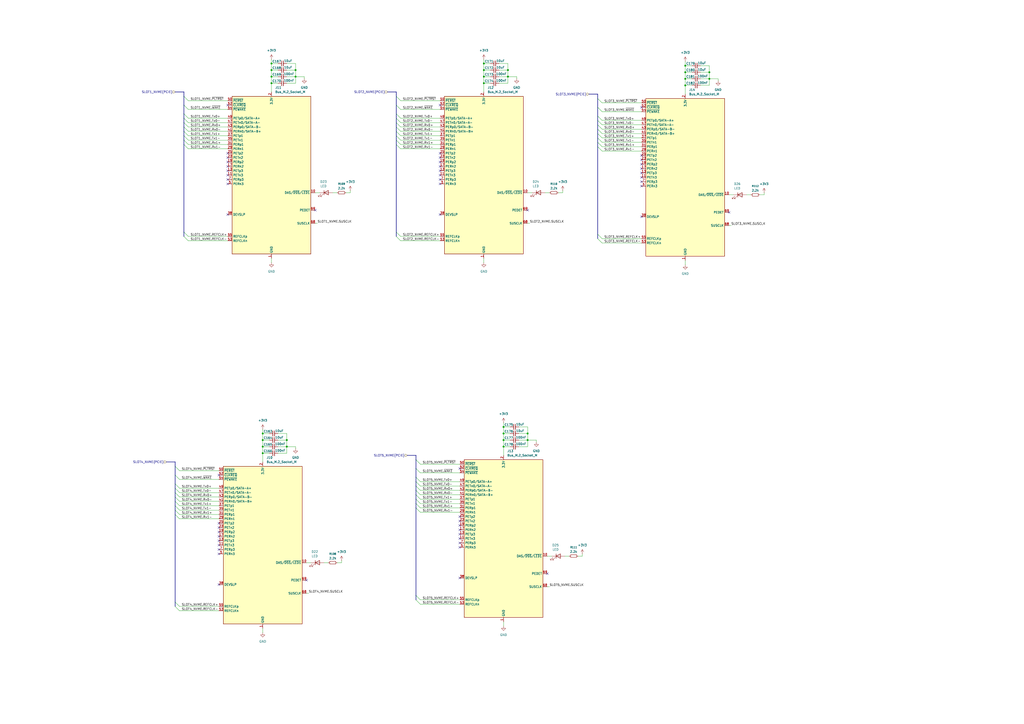
<source format=kicad_sch>
(kicad_sch (version 20250114) (generator "eeschema") (generator_version "9.0")
  (paper "A2")
  (lib_symbols
    (symbol "Bus_M.2_Socket_M_1"
      (property "Reference" "J11" (at 2.1433 50.8 0))
      (property "Value" "Bus_M.2_Socket_M" (at 2.1433 48.26 0))
      (symbol "Bus_M.2_Socket_M_1_0_1"
        (rectangle (start -22.86 45.72) (end 22.86 -45.72) (stroke (width 0.254)) (fill (type background)))
      )
      (symbol "Bus_M.2_Socket_M_1_1_1"
        (pin output line (at -25.4 43.18 0) (length 2.54) (name "~{PERST}") (number "50"))
        (pin bidirectional line (at -25.4 40.64 0) (length 2.54) (name "~{CLKREQ}") (number "52"))
        (pin bidirectional line (at -25.4 38.1 0) (length 2.54) (name "~{PEWAKE}") (number "54"))
        (pin input line (at -25.4 33.02 0) (length 2.54) (name "PETp0/SATA-A+") (number "49"))
        (pin input line (at -25.4 30.48 0) (length 2.54) (name "PETn0/SATA-A-") (number "47"))
        (pin output line (at -25.4 27.94 0) (length 2.54) (name "PERp0/SATA-B-") (number "43"))
        (pin output line (at -25.4 25.4 0) (length 2.54) (name "PERn0/SATA-B+") (number "41"))
        (pin input line (at -25.4 22.86 0) (length 2.54) (name "PETp1") (number "37"))
        (pin input line (at -25.4 20.32 0) (length 2.54) (name "PETn1") (number "35"))
        (pin output line (at -25.4 17.78 0) (length 2.54) (name "PERp1") (number "31"))
        (pin output line (at -25.4 15.24 0) (length 2.54) (name "PERn1") (number "29"))
        (pin input line (at -25.4 12.7 0) (length 2.54) (name "PETp2") (number "25"))
        (pin input line (at -25.4 10.16 0) (length 2.54) (name "PETn2") (number "23"))
        (pin output line (at -25.4 7.62 0) (length 2.54) (name "PERp2") (number "19"))
        (pin output line (at -25.4 5.08 0) (length 2.54) (name "PERn2") (number "17"))
        (pin input line (at -25.4 2.54 0) (length 2.54) (name "PETp3") (number "13"))
        (pin input line (at -25.4 0 0) (length 2.54) (name "PETn3") (number "11"))
        (pin output line (at -25.4 -2.54 0) (length 2.54) (name "PERp3") (number "7"))
        (pin output line (at -25.4 -5.08 0) (length 2.54) (name "PERn3") (number "5"))
        (pin output line (at -25.4 -22.86 0) (length 2.54) (name "DEVSLP") (number "38"))
        (pin input line (at -25.4 -35.56 0) (length 2.54) (name "REFCLKp") (number "55"))
        (pin input line (at -25.4 -38.1 0) (length 2.54) (name "REFCLKn") (number "53"))
        (pin passive line (at 0 48.26 270) (length 2.54) (hide yes) (name "3.3V") (number "12"))
        (pin passive line (at 0 48.26 270) (length 2.54) (hide yes) (name "3.3V") (number "14"))
        (pin passive line (at 0 48.26 270) (length 2.54) (hide yes) (name "3.3V") (number "16"))
        (pin passive line (at 0 48.26 270) (length 2.54) (hide yes) (name "3.3V") (number "18"))
        (pin power_in line (at 0 48.26 270) (length 2.54) (name "3.3V") (number "2"))
        (pin passive line (at 0 48.26 270) (length 2.54) (hide yes) (name "3.3V") (number "4"))
        (pin passive line (at 0 48.26 270) (length 2.54) (hide yes) (name "3.3V") (number "70"))
        (pin passive line (at 0 48.26 270) (length 2.54) (hide yes) (name "3.3V") (number "72"))
        (pin passive line (at 0 48.26 270) (length 2.54) (hide yes) (name "3.3V") (number "74"))
        (pin power_in line (at 0 -48.26 90) (length 2.54) (name "GND") (number "1"))
        (pin passive line (at 0 -48.26 90) (length 2.54) (hide yes) (name "GND") (number "15"))
        (pin passive line (at 0 -48.26 90) (length 2.54) (hide yes) (name "GND") (number "21"))
        (pin passive line (at 0 -48.26 90) (length 2.54) (hide yes) (name "GND") (number "27"))
        (pin passive line (at 0 -48.26 90) (length 2.54) (hide yes) (name "GND") (number "3"))
        (pin passive line (at 0 -48.26 90) (length 2.54) (hide yes) (name "GND") (number "33"))
        (pin passive line (at 0 -48.26 90) (length 2.54) (hide yes) (name "GND") (number "39"))
        (pin passive line (at 0 -48.26 90) (length 2.54) (hide yes) (name "GND") (number "45"))
        (pin passive line (at 0 -48.26 90) (length 2.54) (hide yes) (name "GND") (number "51"))
        (pin passive line (at 0 -48.26 90) (length 2.54) (hide yes) (name "GND") (number "57"))
        (pin passive line (at 0 -48.26 90) (length 2.54) (hide yes) (name "GND") (number "71"))
        (pin passive line (at 0 -48.26 90) (length 2.54) (hide yes) (name "GND") (number "73"))
        (pin passive line (at 0 -48.26 90) (length 2.54) (hide yes) (name "GND") (number "75"))
        (pin passive line (at 0 -48.26 90) (length 2.54) (hide yes) (name "GND") (number "9"))
        (pin no_connect line (at 22.86 40.64 180) (length 2.54) (hide yes) (name "NC") (number "58"))
        (pin no_connect line (at 22.86 38.1 180) (length 2.54) (hide yes) (name "NC") (number "56"))
        (pin no_connect line (at 22.86 35.56 180) (length 2.54) (hide yes) (name "NC") (number "48"))
        (pin no_connect line (at 22.86 33.02 180) (length 2.54) (hide yes) (name "NC") (number "46"))
        (pin no_connect line (at 22.86 30.48 180) (length 2.54) (hide yes) (name "NC") (number "44"))
        (pin no_connect line (at 22.86 27.94 180) (length 2.54) (hide yes) (name "NC") (number "42"))
        (pin no_connect line (at 22.86 25.4 180) (length 2.54) (hide yes) (name "NC") (number "40"))
        (pin no_connect line (at 22.86 22.86 180) (length 2.54) (hide yes) (name "NC") (number "36"))
        (pin no_connect line (at 22.86 20.32 180) (length 2.54) (hide yes) (name "NC") (number "34"))
        (pin no_connect line (at 22.86 17.78 180) (length 2.54) (hide yes) (name "NC") (number "32"))
        (pin no_connect line (at 22.86 15.24 180) (length 2.54) (hide yes) (name "NC") (number "30"))
        (pin no_connect line (at 22.86 12.7 180) (length 2.54) (hide yes) (name "NC") (number "28"))
        (pin no_connect line (at 22.86 10.16 180) (length 2.54) (hide yes) (name "NC") (number "26"))
        (pin no_connect line (at 22.86 7.62 180) (length 2.54) (hide yes) (name "NC") (number "24"))
        (pin no_connect line (at 22.86 5.08 180) (length 2.54) (hide yes) (name "NC") (number "22"))
        (pin no_connect line (at 22.86 2.54 180) (length 2.54) (hide yes) (name "NC") (number "20"))
        (pin no_connect line (at 22.86 0 180) (length 2.54) (hide yes) (name "NC") (number "8"))
        (pin no_connect line (at 22.86 -2.54 180) (length 2.54) (hide yes) (name "NC") (number "6"))
        (pin no_connect line (at 22.86 -5.08 180) (length 2.54) (hide yes) (name "NC") (number "67"))
        (pin bidirectional line (at 25.4 -10.16 180) (length 2.54) (name "DAS/~{DSS}/~{LED1}") (number "10"))
        (pin passive line (at 25.4 -20.32 180) (length 2.54) (name "PEDET") (number "69"))
        (pin input line (at 25.4 -27.94 180) (length 2.54) (name "SUSCLK") (number "68"))
      )
    )
    (symbol "Device:C_Small" (pin_numbers (hide yes)) (pin_names (offset 0.254) (hide yes))
      (property "Reference" "C" (at 0.254 1.778 0))
      (property "Value" "C_Small" (at 0.254 -2.032 0))
      (symbol "C_Small_0_1"
        (polyline (pts (xy -1.524 0.508) (xy 1.524 0.508)) (stroke (width 0.3048)))
        (polyline (pts (xy -1.524 -0.508) (xy 1.524 -0.508)) (stroke (width 0.3302)))
      )
      (symbol "C_Small_1_1"
        (pin passive line (at 0 2.54 270) (length 2.032) (name "~") (number "1"))
        (pin passive line (at 0 -2.54 90) (length 2.032) (name "~") (number "2"))
      )
    )
    (symbol "Device:LED" (pin_numbers (hide yes)) (pin_names (offset 1.016) (hide yes))
      (property "Reference" "D" (at 0 2.54 0))
      (property "Value" "LED" (at 0 -2.54 0))
      (symbol "LED_0_1"
        (polyline (pts (xy -3.048 -0.762) (xy -4.572 -2.286) (xy -3.81 -2.286) (xy -4.572 -2.286) (xy -4.572 -1.524)))
        (polyline (pts (xy -1.778 -0.762) (xy -3.302 -2.286) (xy -2.54 -2.286) (xy -3.302 -2.286) (xy -3.302 -1.524)))
        (polyline (pts (xy -1.27 0) (xy 1.27 0)))
        (polyline (pts (xy -1.27 -1.27) (xy -1.27 1.27)) (stroke (width 0.254)))
        (polyline (pts (xy 1.27 -1.27) (xy 1.27 1.27) (xy -1.27 0) (xy 1.27 -1.27)) (stroke (width 0.254)))
      )
      (symbol "LED_1_1"
        (pin passive line (at -3.81 0 0) (length 2.54) (name "K") (number "1"))
        (pin passive line (at 3.81 0 180) (length 2.54) (name "A") (number "2"))
      )
    )
    (symbol "Device:R_Small" (pin_numbers (hide yes)) (pin_names (offset 0.254) (hide yes))
      (property "Reference" "R" (at 0 0 90))
      (property "Value" "R_Small" (at 1.778 0 90))
      (symbol "R_Small_0_1"
        (rectangle (start -0.762 1.778) (end 0.762 -1.778) (stroke (width 0.2032)))
      )
      (symbol "R_Small_1_1"
        (pin passive line (at 0 2.54 270) (length 0.762) (name "~") (number "1"))
        (pin passive line (at 0 -2.54 90) (length 0.762) (name "~") (number "2"))
      )
    )
    (symbol "power:+3V3" (power) (pin_numbers (hide yes)) (pin_names (offset 0) (hide yes))
      (property "Value" "+3V3" (at 0 3.556 0))
      (symbol "+3V3_0_1"
        (polyline (pts (xy -0.762 1.27) (xy 0 2.54)))
        (polyline (pts (xy 0 2.54) (xy 0.762 1.27)))
        (polyline (pts (xy 0 0) (xy 0 2.54)))
      )
      (symbol "+3V3_1_1"
        (pin power_in line (at 0 0 90) (length 0) (name "~") (number "1"))
      )
    )
    (symbol "power:GND" (power) (pin_numbers (hide yes)) (pin_names (offset 0) (hide yes))
      (property "Value" "GND" (at 0 -3.81 0))
      (symbol "GND_0_1"
        (polyline (pts (xy 0 0) (xy 0 -1.27) (xy 1.27 -1.27) (xy 0 -2.54) (xy -1.27 -1.27) (xy 0 -1.27)))
      )
      (symbol "GND_1_1"
        (pin power_in line (at 0 0 270) (length 0) (name "~") (number "1"))
      )
    )
  )
  (junction (at 157.48 44.45))
  (junction (at 411.48 41.91))
  (junction (at 292.1 255.27))
  (junction (at 152.4 262.89))
  (junction (at 397.51 45.72))
  (junction (at 157.48 36.83))
  (junction (at 280.67 36.83))
  (junction (at 292.1 247.65))
  (junction (at 280.67 48.26))
  (junction (at 166.37 255.27))
  (junction (at 306.07 251.46))
  (junction (at 280.67 44.45))
  (junction (at 294.64 44.45))
  (junction (at 280.67 40.64))
  (junction (at 306.07 255.27))
  (junction (at 152.4 259.08))
  (junction (at 152.4 251.46))
  (junction (at 152.4 255.27))
  (junction (at 397.51 38.1))
  (junction (at 294.64 40.64))
  (junction (at 397.51 41.91))
  (junction (at 157.48 48.26))
  (junction (at 171.45 40.64))
  (junction (at 397.51 49.53))
  (junction (at 166.37 259.08))
  (junction (at 171.45 44.45))
  (junction (at 292.1 259.08))
  (junction (at 411.48 45.72))
  (junction (at 157.48 40.64))
  (junction (at 292.1 251.46))
  (no_connect (at 255.27 104.14))
  (no_connect (at 127 303.53))
  (no_connect (at 132.08 91.44))
  (no_connect (at 255.27 93.98))
  (no_connect (at 266.7 307.34))
  (no_connect (at 372.11 95.25))
  (no_connect (at 177.8 336.55))
  (no_connect (at 132.08 60.96))
  (no_connect (at 132.08 93.98))
  (no_connect (at 266.7 299.72))
  (no_connect (at 255.27 99.06))
  (no_connect (at 255.27 91.44))
  (no_connect (at 255.27 88.9))
  (no_connect (at 127 321.31))
  (no_connect (at 255.27 60.96))
  (no_connect (at 127 316.23))
  (no_connect (at 132.08 99.06))
  (no_connect (at 266.7 302.26))
  (no_connect (at 372.11 100.33))
  (no_connect (at 317.5 332.74))
  (no_connect (at 255.27 101.6))
  (no_connect (at 182.88 121.92))
  (no_connect (at 132.08 101.6))
  (no_connect (at 266.7 271.78))
  (no_connect (at 372.11 107.95))
  (no_connect (at 127 339.09))
  (no_connect (at 372.11 125.73))
  (no_connect (at 127 311.15))
  (no_connect (at 372.11 97.79))
  (no_connect (at 266.7 304.8))
  (no_connect (at 132.08 88.9))
  (no_connect (at 266.7 309.88))
  (no_connect (at 266.7 314.96))
  (no_connect (at 127 318.77))
  (no_connect (at 372.11 90.17))
  (no_connect (at 266.7 335.28))
  (no_connect (at 266.7 312.42))
  (no_connect (at 127 306.07))
  (no_connect (at 255.27 96.52))
  (no_connect (at 127 313.69))
  (no_connect (at 127 308.61))
  (no_connect (at 132.08 124.46))
  (no_connect (at 132.08 106.68))
  (no_connect (at 372.11 62.23))
  (no_connect (at 255.27 106.68))
  (no_connect (at 132.08 104.14))
  (no_connect (at 266.7 317.5))
  (no_connect (at 422.91 123.19))
  (no_connect (at 132.08 96.52))
  (no_connect (at 127 275.59))
  (no_connect (at 372.11 102.87))
  (no_connect (at 255.27 124.46))
  (no_connect (at 306.07 121.92))
  (no_connect (at 372.11 105.41))
  (no_connect (at 372.11 92.71))
  (bus_entry (at 346.71 80.01) (size 2.54 2.54))
  (bus_entry (at 346.71 135.89) (size 2.54 2.54))
  (bus_entry (at 106.68 68.58) (size 2.54 2.54))
  (bus_entry (at 106.68 134.62) (size 2.54 2.54))
  (bus_entry (at 241.3 284.48) (size 2.54 2.54))
  (bus_entry (at 241.3 289.56) (size 2.54 2.54))
  (bus_entry (at 346.71 62.23) (size 2.54 2.54))
  (bus_entry (at 241.3 281.94) (size 2.54 2.54))
  (bus_entry (at 229.87 73.66) (size 2.54 2.54))
  (bus_entry (at 101.6 290.83) (size 2.54 2.54))
  (bus_entry (at 229.87 81.28) (size 2.54 2.54))
  (bus_entry (at 346.71 72.39) (size 2.54 2.54))
  (bus_entry (at 229.87 137.16) (size 2.54 2.54))
  (bus_entry (at 241.3 279.4) (size 2.54 2.54))
  (bus_entry (at 229.87 76.2) (size 2.54 2.54))
  (bus_entry (at 241.3 287.02) (size 2.54 2.54))
  (bus_entry (at 241.3 276.86) (size 2.54 2.54))
  (bus_entry (at 106.68 83.82) (size 2.54 2.54))
  (bus_entry (at 229.87 71.12) (size 2.54 2.54))
  (bus_entry (at 101.6 285.75) (size 2.54 2.54))
  (bus_entry (at 101.6 295.91) (size 2.54 2.54))
  (bus_entry (at 101.6 293.37) (size 2.54 2.54))
  (bus_entry (at 346.71 85.09) (size 2.54 2.54))
  (bus_entry (at 106.68 60.96) (size 2.54 2.54))
  (bus_entry (at 229.87 78.74) (size 2.54 2.54))
  (bus_entry (at 101.6 288.29) (size 2.54 2.54))
  (bus_entry (at 241.3 347.98) (size 2.54 2.54))
  (bus_entry (at 241.3 345.44) (size 2.54 2.54))
  (bus_entry (at 241.3 271.78) (size 2.54 2.54))
  (bus_entry (at 106.68 137.16) (size 2.54 2.54))
  (bus_entry (at 346.71 69.85) (size 2.54 2.54))
  (bus_entry (at 241.3 292.1) (size 2.54 2.54))
  (bus_entry (at 106.68 66.04) (size 2.54 2.54))
  (bus_entry (at 106.68 55.88) (size 2.54 2.54))
  (bus_entry (at 229.87 68.58) (size 2.54 2.54))
  (bus_entry (at 101.6 283.21) (size 2.54 2.54))
  (bus_entry (at 101.6 351.79) (size 2.54 2.54))
  (bus_entry (at 346.71 77.47) (size 2.54 2.54))
  (bus_entry (at 106.68 71.12) (size 2.54 2.54))
  (bus_entry (at 101.6 298.45) (size 2.54 2.54))
  (bus_entry (at 229.87 134.62) (size 2.54 2.54))
  (bus_entry (at 346.71 67.31) (size 2.54 2.54))
  (bus_entry (at 101.6 349.25) (size 2.54 2.54))
  (bus_entry (at 346.71 74.93) (size 2.54 2.54))
  (bus_entry (at 229.87 66.04) (size 2.54 2.54))
  (bus_entry (at 241.3 266.7) (size 2.54 2.54))
  (bus_entry (at 241.3 294.64) (size 2.54 2.54))
  (bus_entry (at 346.71 82.55) (size 2.54 2.54))
  (bus_entry (at 101.6 270.51) (size 2.54 2.54))
  (bus_entry (at 229.87 55.88) (size 2.54 2.54))
  (bus_entry (at 106.68 73.66) (size 2.54 2.54))
  (bus_entry (at 346.71 57.15) (size 2.54 2.54))
  (bus_entry (at 229.87 83.82) (size 2.54 2.54))
  (bus_entry (at 106.68 76.2) (size 2.54 2.54))
  (bus_entry (at 229.87 60.96) (size 2.54 2.54))
  (bus_entry (at 106.68 81.28) (size 2.54 2.54))
  (bus_entry (at 346.71 138.43) (size 2.54 2.54))
  (bus_entry (at 106.68 78.74) (size 2.54 2.54))
  (bus_entry (at 101.6 280.67) (size 2.54 2.54))
  (bus_entry (at 101.6 275.59) (size 2.54 2.54))
  (bus (pts (xy 346.71 67.31) (xy 346.71 69.85)))
  (wire (pts (xy 243.84 281.94) (xy 266.7 281.94)))
  (wire (pts (xy 406.4 41.91) (xy 411.48 41.91)))
  (wire (pts (xy 104.14 293.37) (xy 127 293.37)))
  (wire (pts (xy 349.25 77.47) (xy 372.11 77.47)))
  (wire (pts (xy 292.1 251.46) (xy 292.1 247.65)))
  (bus (pts (xy 229.87 83.82) (xy 229.87 134.62)))
  (wire (pts (xy 397.51 41.91) (xy 397.51 38.1)))
  (wire (pts (xy 306.07 247.65) (xy 300.99 247.65)))
  (bus (pts (xy 106.68 55.88) (xy 106.68 60.96)))
  (wire (pts (xy 232.41 83.82) (xy 255.27 83.82)))
  (wire (pts (xy 152.4 248.92) (xy 152.4 251.46)))
  (wire (pts (xy 157.48 44.45) (xy 161.29 44.45)))
  (bus (pts (xy 106.68 73.66) (xy 106.68 76.2)))
  (wire (pts (xy 349.25 87.63) (xy 372.11 87.63)))
  (bus (pts (xy 101.6 290.83) (xy 101.6 293.37)))
  (wire (pts (xy 157.48 40.64) (xy 161.29 40.64)))
  (wire (pts (xy 161.29 255.27) (xy 166.37 255.27)))
  (wire (pts (xy 292.1 259.08) (xy 292.1 255.27)))
  (wire (pts (xy 152.4 259.08) (xy 152.4 255.27)))
  (bus (pts (xy 229.87 53.34) (xy 229.87 55.88)))
  (bus (pts (xy 241.3 266.7) (xy 241.3 271.78)))
  (wire (pts (xy 300.99 255.27) (xy 306.07 255.27)))
  (bus (pts (xy 106.68 71.12) (xy 106.68 73.66)))
  (wire (pts (xy 152.4 267.97) (xy 152.4 262.89)))
  (wire (pts (xy 187.96 326.39) (xy 190.5 326.39)))
  (wire (pts (xy 292.1 255.27) (xy 295.91 255.27)))
  (wire (pts (xy 104.14 300.99) (xy 127 300.99)))
  (bus (pts (xy 241.3 276.86) (xy 241.3 279.4)))
  (bus (pts (xy 106.68 83.82) (xy 106.68 134.62)))
  (wire (pts (xy 198.12 325.12) (xy 198.12 326.39)))
  (wire (pts (xy 198.12 326.39) (xy 195.58 326.39)))
  (bus (pts (xy 241.3 294.64) (xy 241.3 345.44)))
  (wire (pts (xy 157.48 48.26) (xy 161.29 48.26)))
  (wire (pts (xy 166.37 262.89) (xy 166.37 259.08)))
  (wire (pts (xy 104.14 290.83) (xy 127 290.83)))
  (bus (pts (xy 241.3 292.1) (xy 241.3 294.64)))
  (wire (pts (xy 300.99 251.46) (xy 306.07 251.46)))
  (wire (pts (xy 294.64 44.45) (xy 299.72 44.45)))
  (wire (pts (xy 280.67 44.45) (xy 280.67 40.64)))
  (wire (pts (xy 232.41 139.7) (xy 255.27 139.7)))
  (wire (pts (xy 443.23 111.76) (xy 443.23 113.03)))
  (wire (pts (xy 349.25 59.69) (xy 372.11 59.69)))
  (wire (pts (xy 292.1 264.16) (xy 292.1 259.08)))
  (wire (pts (xy 337.82 321.31) (xy 337.82 322.58)))
  (bus (pts (xy 101.6 270.51) (xy 101.6 275.59)))
  (wire (pts (xy 243.84 274.32) (xy 266.7 274.32)))
  (wire (pts (xy 232.41 137.16) (xy 255.27 137.16)))
  (bus (pts (xy 241.3 264.16) (xy 241.3 266.7)))
  (wire (pts (xy 176.53 44.45) (xy 176.53 45.72)))
  (wire (pts (xy 109.22 137.16) (xy 132.08 137.16)))
  (wire (pts (xy 166.37 259.08) (xy 166.37 255.27)))
  (wire (pts (xy 416.56 45.72) (xy 416.56 46.99)))
  (wire (pts (xy 166.37 259.08) (xy 171.45 259.08)))
  (bus (pts (xy 106.68 81.28) (xy 106.68 83.82)))
  (bus (pts (xy 101.6 285.75) (xy 101.6 288.29)))
  (wire (pts (xy 349.25 74.93) (xy 372.11 74.93)))
  (wire (pts (xy 177.8 326.39) (xy 180.34 326.39)))
  (wire (pts (xy 157.48 44.45) (xy 157.48 40.64)))
  (wire (pts (xy 316.23 111.76) (xy 318.77 111.76)))
  (wire (pts (xy 109.22 68.58) (xy 132.08 68.58)))
  (wire (pts (xy 152.4 255.27) (xy 152.4 251.46)))
  (wire (pts (xy 161.29 262.89) (xy 166.37 262.89)))
  (bus (pts (xy 346.71 54.61) (xy 346.71 57.15)))
  (wire (pts (xy 292.1 247.65) (xy 295.91 247.65)))
  (bus (pts (xy 101.6 283.21) (xy 101.6 285.75)))
  (bus (pts (xy 224.79 53.34) (xy 229.87 53.34)))
  (wire (pts (xy 243.84 269.24) (xy 266.7 269.24)))
  (bus (pts (xy 236.22 264.16) (xy 241.3 264.16)))
  (wire (pts (xy 152.4 262.89) (xy 156.21 262.89)))
  (bus (pts (xy 346.71 135.89) (xy 346.71 138.43)))
  (wire (pts (xy 317.5 322.58) (xy 320.04 322.58)))
  (bus (pts (xy 229.87 68.58) (xy 229.87 71.12)))
  (wire (pts (xy 243.84 279.4) (xy 266.7 279.4)))
  (wire (pts (xy 152.4 255.27) (xy 156.21 255.27)))
  (wire (pts (xy 289.56 48.26) (xy 294.64 48.26)))
  (bus (pts (xy 346.71 57.15) (xy 346.71 62.23)))
  (wire (pts (xy 157.48 36.83) (xy 161.29 36.83)))
  (bus (pts (xy 341.63 54.61) (xy 346.71 54.61)))
  (bus (pts (xy 241.3 345.44) (xy 241.3 347.98)))
  (wire (pts (xy 203.2 111.76) (xy 200.66 111.76)))
  (wire (pts (xy 326.39 110.49) (xy 326.39 111.76)))
  (wire (pts (xy 280.67 53.34) (xy 280.67 48.26)))
  (wire (pts (xy 411.48 45.72) (xy 411.48 41.91)))
  (wire (pts (xy 337.82 322.58) (xy 335.28 322.58)))
  (bus (pts (xy 106.68 53.34) (xy 106.68 55.88)))
  (bus (pts (xy 241.3 271.78) (xy 241.3 276.86)))
  (wire (pts (xy 292.1 255.27) (xy 292.1 251.46)))
  (wire (pts (xy 104.14 285.75) (xy 127 285.75)))
  (wire (pts (xy 292.1 245.11) (xy 292.1 247.65)))
  (wire (pts (xy 109.22 86.36) (xy 132.08 86.36)))
  (wire (pts (xy 109.22 139.7) (xy 132.08 139.7)))
  (wire (pts (xy 232.41 73.66) (xy 255.27 73.66)))
  (wire (pts (xy 182.88 111.76) (xy 185.42 111.76)))
  (wire (pts (xy 171.45 40.64) (xy 171.45 36.83)))
  (wire (pts (xy 411.48 38.1) (xy 406.4 38.1)))
  (bus (pts (xy 229.87 134.62) (xy 229.87 137.16)))
  (wire (pts (xy 349.25 80.01) (xy 372.11 80.01)))
  (wire (pts (xy 397.51 49.53) (xy 397.51 45.72)))
  (bus (pts (xy 101.6 267.97) (xy 101.6 270.51)))
  (bus (pts (xy 101.6 53.34) (xy 106.68 53.34)))
  (wire (pts (xy 294.64 44.45) (xy 294.64 40.64)))
  (wire (pts (xy 397.51 45.72) (xy 397.51 41.91)))
  (wire (pts (xy 406.4 49.53) (xy 411.48 49.53)))
  (wire (pts (xy 294.64 48.26) (xy 294.64 44.45)))
  (bus (pts (xy 229.87 81.28) (xy 229.87 83.82)))
  (wire (pts (xy 397.51 35.56) (xy 397.51 38.1)))
  (wire (pts (xy 109.22 78.74) (xy 132.08 78.74)))
  (bus (pts (xy 101.6 298.45) (xy 101.6 349.25)))
  (wire (pts (xy 232.41 78.74) (xy 255.27 78.74)))
  (bus (pts (xy 106.68 76.2) (xy 106.68 78.74)))
  (wire (pts (xy 349.25 138.43) (xy 372.11 138.43)))
  (wire (pts (xy 433.07 113.03) (xy 435.61 113.03)))
  (bus (pts (xy 229.87 71.12) (xy 229.87 73.66)))
  (bus (pts (xy 229.87 76.2) (xy 229.87 78.74)))
  (bus (pts (xy 241.3 279.4) (xy 241.3 281.94)))
  (wire (pts (xy 166.37 40.64) (xy 171.45 40.64)))
  (bus (pts (xy 241.3 281.94) (xy 241.3 284.48)))
  (wire (pts (xy 152.4 259.08) (xy 156.21 259.08)))
  (wire (pts (xy 104.14 354.33) (xy 127 354.33)))
  (wire (pts (xy 411.48 49.53) (xy 411.48 45.72)))
  (wire (pts (xy 349.25 140.97) (xy 372.11 140.97)))
  (bus (pts (xy 101.6 295.91) (xy 101.6 298.45)))
  (wire (pts (xy 232.41 86.36) (xy 255.27 86.36)))
  (bus (pts (xy 101.6 275.59) (xy 101.6 280.67)))
  (wire (pts (xy 294.64 36.83) (xy 289.56 36.83)))
  (wire (pts (xy 422.91 113.03) (xy 425.45 113.03)))
  (wire (pts (xy 349.25 69.85) (xy 372.11 69.85)))
  (wire (pts (xy 157.48 53.34) (xy 157.48 48.26)))
  (wire (pts (xy 289.56 44.45) (xy 294.64 44.45)))
  (wire (pts (xy 166.37 251.46) (xy 161.29 251.46)))
  (bus (pts (xy 106.68 134.62) (xy 106.68 137.16)))
  (wire (pts (xy 171.45 36.83) (xy 166.37 36.83)))
  (wire (pts (xy 292.1 251.46) (xy 295.91 251.46)))
  (bus (pts (xy 241.3 287.02) (xy 241.3 289.56)))
  (wire (pts (xy 306.07 129.54) (xy 307.34 129.54)))
  (wire (pts (xy 292.1 259.08) (xy 295.91 259.08)))
  (bus (pts (xy 106.68 68.58) (xy 106.68 71.12)))
  (wire (pts (xy 306.07 259.08) (xy 306.07 255.27)))
  (wire (pts (xy 152.4 262.89) (xy 152.4 259.08)))
  (wire (pts (xy 177.8 344.17) (xy 179.07 344.17)))
  (wire (pts (xy 104.14 295.91) (xy 127 295.91)))
  (wire (pts (xy 232.41 68.58) (xy 255.27 68.58)))
  (wire (pts (xy 243.84 287.02) (xy 266.7 287.02)))
  (wire (pts (xy 397.51 45.72) (xy 401.32 45.72)))
  (bus (pts (xy 101.6 293.37) (xy 101.6 295.91)))
  (wire (pts (xy 306.07 255.27) (xy 311.15 255.27)))
  (wire (pts (xy 152.4 251.46) (xy 156.21 251.46)))
  (bus (pts (xy 241.3 289.56) (xy 241.3 292.1)))
  (wire (pts (xy 157.48 34.29) (xy 157.48 36.83)))
  (wire (pts (xy 349.25 85.09) (xy 372.11 85.09)))
  (wire (pts (xy 157.48 149.86) (xy 157.48 152.4)))
  (wire (pts (xy 152.4 364.49) (xy 152.4 367.03)))
  (bus (pts (xy 229.87 78.74) (xy 229.87 81.28)))
  (wire (pts (xy 166.37 44.45) (xy 171.45 44.45)))
  (wire (pts (xy 104.14 283.21) (xy 127 283.21)))
  (wire (pts (xy 232.41 63.5) (xy 255.27 63.5)))
  (wire (pts (xy 104.14 298.45) (xy 127 298.45)))
  (wire (pts (xy 232.41 71.12) (xy 255.27 71.12)))
  (wire (pts (xy 104.14 351.79) (xy 127 351.79)))
  (wire (pts (xy 182.88 129.54) (xy 184.15 129.54)))
  (wire (pts (xy 280.67 48.26) (xy 284.48 48.26)))
  (wire (pts (xy 292.1 360.68) (xy 292.1 363.22)))
  (wire (pts (xy 397.51 54.61) (xy 397.51 49.53)))
  (wire (pts (xy 104.14 273.05) (xy 127 273.05)))
  (wire (pts (xy 306.07 111.76) (xy 308.61 111.76)))
  (wire (pts (xy 397.51 38.1) (xy 401.32 38.1)))
  (wire (pts (xy 243.84 289.56) (xy 266.7 289.56)))
  (wire (pts (xy 243.84 284.48) (xy 266.7 284.48)))
  (wire (pts (xy 397.51 151.13) (xy 397.51 153.67)))
  (wire (pts (xy 109.22 58.42) (xy 132.08 58.42)))
  (wire (pts (xy 203.2 110.49) (xy 203.2 111.76)))
  (bus (pts (xy 229.87 55.88) (xy 229.87 60.96)))
  (wire (pts (xy 443.23 113.03) (xy 440.69 113.03)))
  (wire (pts (xy 109.22 63.5) (xy 132.08 63.5)))
  (bus (pts (xy 346.71 80.01) (xy 346.71 82.55)))
  (wire (pts (xy 193.04 111.76) (xy 195.58 111.76)))
  (wire (pts (xy 280.67 40.64) (xy 284.48 40.64)))
  (wire (pts (xy 397.51 49.53) (xy 401.32 49.53)))
  (wire (pts (xy 109.22 73.66) (xy 132.08 73.66)))
  (bus (pts (xy 346.71 69.85) (xy 346.71 72.39)))
  (wire (pts (xy 411.48 45.72) (xy 416.56 45.72)))
  (bus (pts (xy 346.71 77.47) (xy 346.71 80.01)))
  (wire (pts (xy 406.4 45.72) (xy 411.48 45.72)))
  (wire (pts (xy 157.48 48.26) (xy 157.48 44.45)))
  (bus (pts (xy 346.71 74.93) (xy 346.71 77.47)))
  (wire (pts (xy 349.25 82.55) (xy 372.11 82.55)))
  (wire (pts (xy 306.07 255.27) (xy 306.07 251.46)))
  (wire (pts (xy 171.45 259.08) (xy 171.45 260.35)))
  (wire (pts (xy 171.45 48.26) (xy 171.45 44.45)))
  (wire (pts (xy 300.99 259.08) (xy 306.07 259.08)))
  (wire (pts (xy 280.67 40.64) (xy 280.67 36.83)))
  (bus (pts (xy 229.87 60.96) (xy 229.87 66.04)))
  (wire (pts (xy 294.64 40.64) (xy 294.64 36.83)))
  (wire (pts (xy 232.41 81.28) (xy 255.27 81.28)))
  (bus (pts (xy 241.3 284.48) (xy 241.3 287.02)))
  (wire (pts (xy 166.37 48.26) (xy 171.45 48.26)))
  (bus (pts (xy 106.68 66.04) (xy 106.68 68.58)))
  (wire (pts (xy 109.22 83.82) (xy 132.08 83.82)))
  (bus (pts (xy 106.68 60.96) (xy 106.68 66.04)))
  (wire (pts (xy 349.25 72.39) (xy 372.11 72.39)))
  (bus (pts (xy 346.71 82.55) (xy 346.71 85.09)))
  (wire (pts (xy 326.39 111.76) (xy 323.85 111.76)))
  (wire (pts (xy 289.56 40.64) (xy 294.64 40.64)))
  (wire (pts (xy 109.22 76.2) (xy 132.08 76.2)))
  (wire (pts (xy 109.22 71.12) (xy 132.08 71.12)))
  (wire (pts (xy 243.84 350.52) (xy 266.7 350.52)))
  (wire (pts (xy 166.37 255.27) (xy 166.37 251.46)))
  (bus (pts (xy 229.87 73.66) (xy 229.87 76.2)))
  (bus (pts (xy 106.68 78.74) (xy 106.68 81.28)))
  (wire (pts (xy 280.67 48.26) (xy 280.67 44.45)))
  (wire (pts (xy 317.5 340.36) (xy 318.77 340.36)))
  (wire (pts (xy 243.84 297.18) (xy 266.7 297.18)))
  (wire (pts (xy 232.41 58.42) (xy 255.27 58.42)))
  (wire (pts (xy 280.67 149.86) (xy 280.67 152.4)))
  (wire (pts (xy 422.91 130.81) (xy 424.18 130.81)))
  (wire (pts (xy 280.67 44.45) (xy 284.48 44.45)))
  (bus (pts (xy 229.87 66.04) (xy 229.87 68.58)))
  (wire (pts (xy 171.45 44.45) (xy 176.53 44.45)))
  (wire (pts (xy 157.48 40.64) (xy 157.48 36.83)))
  (wire (pts (xy 109.22 81.28) (xy 132.08 81.28)))
  (wire (pts (xy 232.41 76.2) (xy 255.27 76.2)))
  (wire (pts (xy 161.29 259.08) (xy 166.37 259.08)))
  (wire (pts (xy 306.07 251.46) (xy 306.07 247.65)))
  (bus (pts (xy 101.6 288.29) (xy 101.6 290.83)))
  (wire (pts (xy 104.14 288.29) (xy 127 288.29)))
  (wire (pts (xy 280.67 36.83) (xy 284.48 36.83)))
  (wire (pts (xy 349.25 64.77) (xy 372.11 64.77)))
  (bus (pts (xy 96.52 267.97) (xy 101.6 267.97)))
  (wire (pts (xy 280.67 34.29) (xy 280.67 36.83)))
  (wire (pts (xy 243.84 294.64) (xy 266.7 294.64)))
  (wire (pts (xy 171.45 44.45) (xy 171.45 40.64)))
  (wire (pts (xy 311.15 255.27) (xy 311.15 256.54)))
  (bus (pts (xy 346.71 62.23) (xy 346.71 67.31)))
  (wire (pts (xy 243.84 292.1) (xy 266.7 292.1)))
  (wire (pts (xy 411.48 41.91) (xy 411.48 38.1)))
  (bus (pts (xy 101.6 280.67) (xy 101.6 283.21)))
  (bus (pts (xy 346.71 85.09) (xy 346.71 135.89)))
  (wire (pts (xy 327.66 322.58) (xy 330.2 322.58)))
  (wire (pts (xy 299.72 44.45) (xy 299.72 45.72)))
  (bus (pts (xy 346.71 72.39) (xy 346.71 74.93)))
  (wire (pts (xy 397.51 41.91) (xy 401.32 41.91)))
  (wire (pts (xy 104.14 278.13) (xy 127 278.13)))
  (wire (pts (xy 243.84 347.98) (xy 266.7 347.98)))
  (bus (pts (xy 101.6 349.25) (xy 101.6 351.79)))
  (label "SLOT4_NVME.SUSCLK" (at 179.07 344.17 0))
  (label "SLOT3_NVME.Tx0-" (at 350.52 72.39 0))
  (label "SLOT2_NVME.~{PLTRST}" (at 233.68 58.42 0))
  (label "SLOT3_NVME.Tx0+" (at 350.52 69.85 0))
  (label "SLOT3_NVME.~{PLTRST}" (at 350.52 59.69 0))
  (label "SLOT1_NVME.Tx0+" (at 110.49 68.58 0))
  (label "SLOT2_NVME.Rx0-" (at 233.68 76.2 0))
  (label "SLOT5_NVME.~{PLTRST}" (at 245.11 269.24 0))
  (label "SLOT4_NVME.Tx0-" (at 105.41 285.75 0))
  (label "SLOT3_NVME.Tx1+" (at 350.52 80.01 0))
  (label "SLOT4_NVME.REFCLK+" (at 105.41 351.79 0))
  (label "SLOT1_NVME.Tx0-" (at 110.49 71.12 0))
  (label "SLOT1_NVME.~{PLTRST}" (at 110.49 58.42 0))
  (label "SLOT4_NVME.~{WAKE}" (at 105.41 278.13 0))
  (label "SLOT2_NVME.Rx1+" (at 233.68 83.82 0))
  (label "SLOT3_NVME.~{WAKE}" (at 350.52 64.77 0))
  (label "SLOT5_NVME.Rx0+" (at 245.11 284.48 0))
  (label "SLOT1_NVME.SUSCLK" (at 184.15 129.54 0))
  (label "SLOT2_NVME.Tx0-" (at 233.68 71.12 0))
  (label "SLOT3_NVME.SUSCLK" (at 424.18 130.81 0))
  (label "SLOT5_NVME.Rx1-" (at 245.11 297.18 0))
  (label "SLOT1_NVME.~{WAKE}" (at 110.49 63.5 0))
  (label "SLOT2_NVME.~{WAKE}" (at 233.68 63.5 0))
  (label "SLOT4_NVME.Tx1-" (at 105.41 295.91 0))
  (label "SLOT4_NVME.Tx0+" (at 105.41 283.21 0))
  (label "SLOT3_NVME.Tx1-" (at 350.52 82.55 0))
  (label "SLOT3_NVME.REFCLK-" (at 350.52 140.97 0))
  (label "SLOT3_NVME.Rx1+" (at 350.52 85.09 0))
  (label "SLOT2_NVME.Tx1+" (at 233.68 78.74 0))
  (label "SLOT4_NVME.REFCLK-" (at 105.41 354.33 0))
  (label "SLOT4_NVME.Rx1-" (at 105.41 300.99 0))
  (label "SLOT1_NVME.Rx0-" (at 110.49 76.2 0))
  (label "SLOT4_NVME.Rx1+" (at 105.41 298.45 0))
  (label "SLOT1_NVME.Tx1-" (at 110.49 81.28 0))
  (label "SLOT2_NVME.Tx1-" (at 233.68 81.28 0))
  (label "SLOT5_NVME.Rx0-" (at 245.11 287.02 0))
  (label "SLOT4_NVME.Rx0-" (at 105.41 290.83 0))
  (label "SLOT5_NVME.Rx1+" (at 245.11 294.64 0))
  (label "SLOT2_NVME.REFCLK+" (at 233.68 137.16 0))
  (label "SLOT5_NVME.SUSCLK" (at 318.77 340.36 0))
  (label "SLOT1_NVME.Rx1+" (at 110.49 83.82 0))
  (label "SLOT2_NVME.SUSCLK" (at 307.34 129.54 0))
  (label "SLOT5_NVME.~{WAKE}" (at 245.11 274.32 0))
  (label "SLOT2_NVME.Rx0+" (at 233.68 73.66 0))
  (label "SLOT3_NVME.REFCLK+" (at 350.52 138.43 0))
  (label "SLOT1_NVME.Rx1-" (at 110.49 86.36 0))
  (label "SLOT5_NVME.Tx1-" (at 245.11 292.1 0))
  (label "SLOT2_NVME.Tx0+" (at 233.68 68.58 0))
  (label "SLOT2_NVME.REFCLK-" (at 233.68 139.7 0))
  (label "SLOT5_NVME.Tx0-" (at 245.11 281.94 0))
  (label "SLOT4_NVME.~{PLTRST}" (at 105.41 273.05 0))
  (label "SLOT5_NVME.Tx1+" (at 245.11 289.56 0))
  (label "SLOT5_NVME.REFCLK-" (at 245.11 350.52 0))
  (label "SLOT3_NVME.Rx0+" (at 350.52 74.93 0))
  (label "SLOT1_NVME.REFCLK-" (at 110.49 139.7 0))
  (label "SLOT4_NVME.Rx0+" (at 105.41 288.29 0))
  (label "SLOT3_NVME.Rx0-" (at 350.52 77.47 0))
  (label "SLOT5_NVME.Tx0+" (at 245.11 279.4 0))
  (label "SLOT1_NVME.REFCLK+" (at 110.49 137.16 0))
  (label "SLOT3_NVME.Rx1-" (at 350.52 87.63 0))
  (label "SLOT5_NVME.REFCLK+" (at 245.11 347.98 0))
  (label "SLOT1_NVME.Rx0+" (at 110.49 73.66 0))
  (label "SLOT1_NVME.Tx1+" (at 110.49 78.74 0))
  (label "SLOT4_NVME.Tx1+" (at 105.41 293.37 0))
  (label "SLOT2_NVME.Rx1-" (at 233.68 86.36 0))
  (hierarchical_label "SLOT4_NVME{PCIE}" (shape input) (at 96.52 267.97 180))
  (hierarchical_label "SLOT5_NVME{PCIE}" (shape input) (at 236.22 264.16 180))
  (hierarchical_label "SLOT2_NVME{PCIE}" (shape input) (at 224.79 53.34 180))
  (hierarchical_label "SLOT1_NVME{PCIE}" (shape input) (at 101.6 53.34 180))
  (hierarchical_label "SLOT3_NVME{PCIE}" (shape input) (at 341.63 54.61 180))
  (symbol (lib_id "power:+3V3") (at 203.2 110.49 0) (unit 1)
    (property "Reference" "#PWR0146" (effects (hide yes)))
    (property "Value" "+3V3" (at 203.2 105.41 0))
    (property "Description" "Power symbol creates a global label with name \"+3V3\"" (effects (hide yes)))
  )
  (symbol (lib_id "Device:C_Small") (at 298.45 259.08 90) (unit 1)
    (property "Reference" "C178" (at 295.148 257.81 90))
    (property "Value" "100nF" (at 302.26 257.556 90))
    (property "Footprint" "Capacitor_SMD:C_0402_1005Metric" (effects (hide yes)))
    (property "Description" "Unpolarized capacitor, small symbol" (effects (hide yes)))
  )
  (symbol (lib_id "Device:LED") (at 429.26 113.03 0) (unit 1)
    (property "Reference" "D26" (at 427.6725 106.68 0))
    (property "Value" "LED" (at 427.6725 109.22 0))
    (property "Footprint" "LED_SMD:LED_0603_1608Metric" (effects (hide yes)))
    (property "Description" "Light emitting diode" (effects (hide yes)))
    (property "Sim.Pins" "1=K 2=A" (effects (hide yes)))
  )
  (symbol (lib_id "power:+3V3") (at 337.82 321.31 0) (unit 1)
    (property "Reference" "#PWR0154" (effects (hide yes)))
    (property "Value" "+3V3" (at 337.82 316.23 0))
    (property "Description" "Power symbol creates a global label with name \"+3V3\"" (effects (hide yes)))
  )
  (symbol (lib_id "Device:C_Small") (at 158.75 259.08 90) (unit 1)
    (property "Reference" "C165" (at 155.448 257.81 90))
    (property "Value" "100nF" (at 162.56 257.556 90))
    (property "Footprint" "Capacitor_SMD:C_0402_1005Metric" (effects (hide yes)))
    (property "Description" "Unpolarized capacitor, small symbol" (effects (hide yes)))
  )
  (symbol (lib_id "Device:C_Small") (at 158.75 255.27 90) (unit 1)
    (property "Reference" "C164" (at 155.448 254 90))
    (property "Value" "10uF" (at 162.052 253.746 90))
    (property "Footprint" "Capacitor_SMD:C_0603_1608Metric" (effects (hide yes)))
    (property "Description" "Unpolarized capacitor, small symbol" (effects (hide yes)))
  )
  (symbol (lib_id "Device:C_Small") (at 403.86 38.1 90) (unit 1)
    (property "Reference" "C179" (at 400.558 36.83 90))
    (property "Value" "10uF" (at 407.162 36.576 90))
    (property "Footprint" "Capacitor_SMD:C_0603_1608Metric" (effects (hide yes)))
    (property "Description" "Unpolarized capacitor, small symbol" (effects (hide yes)))
  )
  (symbol (lib_id "power:GND") (at 171.45 260.35 0) (unit 1)
    (property "Reference" "#PWR0143" (effects (hide yes)))
    (property "Value" "GND" (at 171.45 265.43 0))
    (property "Description" "Power symbol creates a global label with name \"GND\" , ground" (effects (hide yes)))
  )
  (symbol (lib_id "power:+3V3") (at 443.23 111.76 0) (unit 1)
    (property "Reference" "#PWR0158" (effects (hide yes)))
    (property "Value" "+3V3" (at 443.23 106.68 0))
    (property "Description" "Power symbol creates a global label with name \"+3V3\"" (effects (hide yes)))
  )
  (symbol (lib_id "power:+3V3") (at 326.39 110.49 0) (unit 1)
    (property "Reference" "#PWR0153" (effects (hide yes)))
    (property "Value" "+3V3" (at 326.39 105.41 0))
    (property "Description" "Power symbol creates a global label with name \"+3V3\"" (effects (hide yes)))
  )
  (symbol (lib_id "Device:C_Small") (at 287.02 48.26 90) (unit 1)
    (property "Reference" "C174" (at 283.718 46.99 90))
    (property "Value" "100nF" (at 290.83 46.736 90))
    (property "Footprint" "Capacitor_SMD:C_0402_1005Metric" (effects (hide yes)))
    (property "Description" "Unpolarized capacitor, small symbol" (effects (hide yes)))
  )
  (symbol (lib_name "Bus_M.2_Socket_M_1") (lib_id "Connector:Bus_M.2_Socket_M") (at 397.51 102.87 0) (unit 1)
    (property "Reference" "J14" (at 399.6533 52.07 0) (effects (justify left)))
    (property "Value" "Bus_M.2_Socket_M" (at 399.6533 54.61 0) (effects (justify left)))
    (property "Datasheet" "https://web.archive.org/web/20200613074028/http://read.pudn.com/downloads794/doc/project/3133918/PCIe_M.2_Electromechanical_Spec_Rev1.0_Final_11012013_RS_Clean.pdf#page=155" (effects (hide yes)))
    (property "Description" "M.2 Socket 3 Mechanical Key M" (effects (hide yes)))
  )
  (symbol (lib_id "Device:R_Small") (at 198.12 111.76 90) (unit 1)
    (property "Reference" "R109" (at 198.12 106.68 90) (effects (font (size 1.016 1.016))))
    (property "Value" "2.2k" (at 198.12 109.22 90))
    (property "Footprint" "Resistor_SMD:R_0402_1005Metric" (effects (hide yes)))
    (property "Description" "Resistor, small symbol" (effects (hide yes)))
  )
  (symbol (lib_id "power:GND") (at 416.56 46.99 0) (unit 1)
    (property "Reference" "#PWR0157" (effects (hide yes)))
    (property "Value" "GND" (at 416.56 52.07 0))
    (property "Description" "Power symbol creates a global label with name \"GND\" , ground" (effects (hide yes)))
  )
  (symbol (lib_id "power:GND") (at 152.4 367.03 0) (unit 1)
    (property "Reference" "#PWR0140" (effects (hide yes)))
    (property "Value" "GND" (at 152.4 372.11 0))
    (property "Description" "Power symbol creates a global label with name \"GND\" , ground" (effects (hide yes)))
  )
  (symbol (lib_id "Device:C_Small") (at 163.83 36.83 90) (unit 1)
    (property "Reference" "C167" (at 160.528 35.56 90))
    (property "Value" "10uF" (at 167.132 35.306 90))
    (property "Footprint" "Capacitor_SMD:C_0603_1608Metric" (effects (hide yes)))
    (property "Description" "Unpolarized capacitor, small symbol" (effects (hide yes)))
  )
  (symbol (lib_id "power:+3V3") (at 397.51 35.56 0) (unit 1)
    (property "Reference" "#PWR0155" (effects (hide yes)))
    (property "Value" "+3V3" (at 397.51 30.48 0))
    (property "Description" "Power symbol creates a global label with name \"+3V3\"" (effects (hide yes)))
  )
  (symbol (lib_id "power:+3V3") (at 152.4 248.92 0) (unit 1)
    (property "Reference" "#PWR0139" (effects (hide yes)))
    (property "Value" "+3V3" (at 152.4 243.84 0))
    (property "Description" "Power symbol creates a global label with name \"+3V3\"" (effects (hide yes)))
  )
  (symbol (lib_id "Device:R_Small") (at 193.04 326.39 90) (unit 1)
    (property "Reference" "R108" (at 193.04 321.31 90) (effects (font (size 1.016 1.016))))
    (property "Value" "2.2k" (at 193.04 323.85 90))
    (property "Footprint" "Resistor_SMD:R_0402_1005Metric" (effects (hide yes)))
    (property "Description" "Resistor, small symbol" (effects (hide yes)))
  )
  (symbol (lib_id "Device:LED") (at 184.15 326.39 0) (unit 1)
    (property "Reference" "D22" (at 182.5625 320.04 0))
    (property "Value" "LED" (at 182.5625 322.58 0))
    (property "Footprint" "LED_SMD:LED_0603_1608Metric" (effects (hide yes)))
    (property "Description" "Light emitting diode" (effects (hide yes)))
    (property "Sim.Pins" "1=K 2=A" (effects (hide yes)))
  )
  (symbol (lib_id "Device:C_Small") (at 158.75 251.46 90) (unit 1)
    (property "Reference" "C163" (at 155.448 250.19 90))
    (property "Value" "10uF" (at 162.052 249.936 90))
    (property "Footprint" "Capacitor_SMD:C_0603_1608Metric" (effects (hide yes)))
    (property "Description" "Unpolarized capacitor, small symbol" (effects (hide yes)))
  )
  (symbol (lib_name "Bus_M.2_Socket_M_1") (lib_id "Connector:Bus_M.2_Socket_M") (at 157.48 101.6 0) (unit 1)
    (property "Reference" "J11" (at 159.6233 50.8 0) (effects (justify left)))
    (property "Value" "Bus_M.2_Socket_M" (at 159.6233 53.34 0) (effects (justify left)))
    (property "Datasheet" "https://web.archive.org/web/20200613074028/http://read.pudn.com/downloads794/doc/project/3133918/PCIe_M.2_Electromechanical_Spec_Rev1.0_Final_11012013_RS_Clean.pdf#page=155" (effects (hide yes)))
    (property "Description" "M.2 Socket 3 Mechanical Key M" (effects (hide yes)))
  )
  (symbol (lib_id "power:GND") (at 397.51 153.67 0) (unit 1)
    (property "Reference" "#PWR0156" (effects (hide yes)))
    (property "Value" "GND" (at 397.51 158.75 0))
    (property "Description" "Power symbol creates a global label with name \"GND\" , ground" (effects (hide yes)))
  )
  (symbol (lib_name "Bus_M.2_Socket_M_1") (lib_id "Connector:Bus_M.2_Socket_M") (at 280.67 101.6 0) (unit 1)
    (property "Reference" "J12" (at 282.8133 50.8 0) (effects (justify left)))
    (property "Value" "Bus_M.2_Socket_M" (at 282.8133 53.34 0) (effects (justify left)))
    (property "Datasheet" "https://web.archive.org/web/20200613074028/http://read.pudn.com/downloads794/doc/project/3133918/PCIe_M.2_Electromechanical_Spec_Rev1.0_Final_11012013_RS_Clean.pdf#page=155" (effects (hide yes)))
    (property "Description" "M.2 Socket 3 Mechanical Key M" (effects (hide yes)))
  )
  (symbol (lib_id "Device:C_Small") (at 163.83 48.26 90) (unit 1)
    (property "Reference" "C170" (at 160.528 46.99 90))
    (property "Value" "100nF" (at 167.64 46.736 90))
    (property "Footprint" "Capacitor_SMD:C_0402_1005Metric" (effects (hide yes)))
    (property "Description" "Unpolarized capacitor, small symbol" (effects (hide yes)))
  )
  (symbol (lib_id "power:GND") (at 157.48 152.4 0) (unit 1)
    (property "Reference" "#PWR0142" (effects (hide yes)))
    (property "Value" "GND" (at 157.48 157.48 0))
    (property "Description" "Power symbol creates a global label with name \"GND\" , ground" (effects (hide yes)))
  )
  (symbol (lib_id "power:GND") (at 299.72 45.72 0) (unit 1)
    (property "Reference" "#PWR0151" (effects (hide yes)))
    (property "Value" "GND" (at 299.72 50.8 0))
    (property "Description" "Power symbol creates a global label with name \"GND\" , ground" (effects (hide yes)))
  )
  (symbol (lib_id "power:+3V3") (at 280.67 34.29 0) (unit 1)
    (property "Reference" "#PWR0147" (effects (hide yes)))
    (property "Value" "+3V3" (at 280.67 29.21 0))
    (property "Description" "Power symbol creates a global label with name \"+3V3\"" (effects (hide yes)))
  )
  (symbol (lib_id "Device:R_Small") (at 321.31 111.76 90) (unit 1)
    (property "Reference" "R110" (at 321.31 106.68 90) (effects (font (size 1.016 1.016))))
    (property "Value" "2.2k" (at 321.31 109.22 90))
    (property "Footprint" "Resistor_SMD:R_0402_1005Metric" (effects (hide yes)))
    (property "Description" "Resistor, small symbol" (effects (hide yes)))
  )
  (symbol (lib_id "Device:C_Small") (at 298.45 255.27 90) (unit 1)
    (property "Reference" "C177" (at 295.148 254 90))
    (property "Value" "100nF" (at 302.26 253.746 90))
    (property "Footprint" "Capacitor_SMD:C_0402_1005Metric" (effects (hide yes)))
    (property "Description" "Unpolarized capacitor, small symbol" (effects (hide yes)))
  )
  (symbol (lib_id "power:GND") (at 280.67 152.4 0) (unit 1)
    (property "Reference" "#PWR0148" (effects (hide yes)))
    (property "Value" "GND" (at 280.67 157.48 0))
    (property "Description" "Power symbol creates a global label with name \"GND\" , ground" (effects (hide yes)))
  )
  (symbol (lib_id "Device:C_Small") (at 287.02 36.83 90) (unit 1)
    (property "Reference" "C171" (at 283.718 35.56 90))
    (property "Value" "10uF" (at 290.322 35.306 90))
    (property "Footprint" "Capacitor_SMD:C_0603_1608Metric" (effects (hide yes)))
    (property "Description" "Unpolarized capacitor, small symbol" (effects (hide yes)))
  )
  (symbol (lib_id "power:+3V3") (at 292.1 245.11 0) (unit 1)
    (property "Reference" "#PWR0149" (effects (hide yes)))
    (property "Value" "+3V3" (at 292.1 240.03 0))
    (property "Description" "Power symbol creates a global label with name \"+3V3\"" (effects (hide yes)))
  )
  (symbol (lib_id "Device:C_Small") (at 163.83 44.45 90) (unit 1)
    (property "Reference" "C169" (at 160.528 43.18 90))
    (property "Value" "100nF" (at 167.64 42.926 90))
    (property "Footprint" "Capacitor_SMD:C_0402_1005Metric" (effects (hide yes)))
    (property "Description" "Unpolarized capacitor, small symbol" (effects (hide yes)))
  )
  (symbol (lib_name "Bus_M.2_Socket_M_1") (lib_id "Connector:Bus_M.2_Socket_M") (at 152.4 316.23 0) (unit 1)
    (property "Reference" "J10" (at 154.5433 265.43 0) (effects (justify left)))
    (property "Value" "Bus_M.2_Socket_M" (at 154.5433 267.97 0) (effects (justify left)))
    (property "Datasheet" "https://web.archive.org/web/20200613074028/http://read.pudn.com/downloads794/doc/project/3133918/PCIe_M.2_Electromechanical_Spec_Rev1.0_Final_11012013_RS_Clean.pdf#page=155" (effects (hide yes)))
    (property "Description" "M.2 Socket 3 Mechanical Key M" (effects (hide yes)))
  )
  (symbol (lib_name "Bus_M.2_Socket_M_1") (lib_id "Connector:Bus_M.2_Socket_M") (at 292.1 312.42 0) (unit 1)
    (property "Reference" "J13" (at 294.2433 261.62 0) (effects (justify left)))
    (property "Value" "Bus_M.2_Socket_M" (at 294.2433 264.16 0) (effects (justify left)))
    (property "Datasheet" "https://web.archive.org/web/20200613074028/http://read.pudn.com/downloads794/doc/project/3133918/PCIe_M.2_Electromechanical_Spec_Rev1.0_Final_11012013_RS_Clean.pdf#page=155" (effects (hide yes)))
    (property "Description" "M.2 Socket 3 Mechanical Key M" (effects (hide yes)))
  )
  (symbol (lib_id "Device:C_Small") (at 287.02 44.45 90) (unit 1)
    (property "Reference" "C173" (at 283.718 43.18 90))
    (property "Value" "100nF" (at 290.83 42.926 90))
    (property "Footprint" "Capacitor_SMD:C_0402_1005Metric" (effects (hide yes)))
    (property "Description" "Unpolarized capacitor, small symbol" (effects (hide yes)))
  )
  (symbol (lib_id "power:GND") (at 176.53 45.72 0) (unit 1)
    (property "Reference" "#PWR0144" (effects (hide yes)))
    (property "Value" "GND" (at 176.53 50.8 0))
    (property "Description" "Power symbol creates a global label with name \"GND\" , ground" (effects (hide yes)))
  )
  (symbol (lib_id "Device:R_Small") (at 438.15 113.03 90) (unit 1)
    (property "Reference" "R112" (at 438.15 107.95 90) (effects (font (size 1.016 1.016))))
    (property "Value" "2.2k" (at 438.15 110.49 90))
    (property "Footprint" "Resistor_SMD:R_0402_1005Metric" (effects (hide yes)))
    (property "Description" "Resistor, small symbol" (effects (hide yes)))
  )
  (symbol (lib_id "Device:LED") (at 323.85 322.58 0) (unit 1)
    (property "Reference" "D25" (at 322.2625 316.23 0))
    (property "Value" "LED" (at 322.2625 318.77 0))
    (property "Footprint" "LED_SMD:LED_0603_1608Metric" (effects (hide yes)))
    (property "Description" "Light emitting diode" (effects (hide yes)))
    (property "Sim.Pins" "1=K 2=A" (effects (hide yes)))
  )
  (symbol (lib_id "power:GND") (at 311.15 256.54 0) (unit 1)
    (property "Reference" "#PWR0152" (effects (hide yes)))
    (property "Value" "GND" (at 311.15 261.62 0))
    (property "Description" "Power symbol creates a global label with name \"GND\" , ground" (effects (hide yes)))
  )
  (symbol (lib_id "Device:C_Small") (at 403.86 49.53 90) (unit 1)
    (property "Reference" "C182" (at 400.558 48.26 90))
    (property "Value" "100nF" (at 407.67 48.006 90))
    (property "Footprint" "Capacitor_SMD:C_0402_1005Metric" (effects (hide yes)))
    (property "Description" "Unpolarized capacitor, small symbol" (effects (hide yes)))
  )
  (symbol (lib_id "Device:C_Small") (at 403.86 41.91 90) (unit 1)
    (property "Reference" "C180" (at 400.558 40.64 90))
    (property "Value" "10uF" (at 407.162 40.386 90))
    (property "Footprint" "Capacitor_SMD:C_0603_1608Metric" (effects (hide yes)))
    (property "Description" "Unpolarized capacitor, small symbol" (effects (hide yes)))
  )
  (symbol (lib_id "Device:C_Small") (at 298.45 251.46 90) (unit 1)
    (property "Reference" "C176" (at 295.148 250.19 90))
    (property "Value" "10uF" (at 301.752 249.936 90))
    (property "Footprint" "Capacitor_SMD:C_0603_1608Metric" (effects (hide yes)))
    (property "Description" "Unpolarized capacitor, small symbol" (effects (hide yes)))
  )
  (symbol (lib_id "power:+3V3") (at 198.12 325.12 0) (unit 1)
    (property "Reference" "#PWR0145" (effects (hide yes)))
    (property "Value" "+3V3" (at 198.12 320.04 0))
    (property "Description" "Power symbol creates a global label with name \"+3V3\"" (effects (hide yes)))
  )
  (symbol (lib_id "Device:LED") (at 312.42 111.76 0) (unit 1)
    (property "Reference" "D24" (at 310.8325 105.41 0))
    (property "Value" "LED" (at 310.8325 107.95 0))
    (property "Footprint" "LED_SMD:LED_0603_1608Metric" (effects (hide yes)))
    (property "Description" "Light emitting diode" (effects (hide yes)))
    (property "Sim.Pins" "1=K 2=A" (effects (hide yes)))
  )
  (symbol (lib_id "Device:C_Small") (at 403.86 45.72 90) (unit 1)
    (property "Reference" "C181" (at 400.558 44.45 90))
    (property "Value" "100nF" (at 407.67 44.196 90))
    (property "Footprint" "Capacitor_SMD:C_0402_1005Metric" (effects (hide yes)))
    (property "Description" "Unpolarized capacitor, small symbol" (effects (hide yes)))
  )
  (symbol (lib_id "power:GND") (at 292.1 363.22 0) (unit 1)
    (property "Reference" "#PWR0150" (effects (hide yes)))
    (property "Value" "GND" (at 292.1 368.3 0))
    (property "Description" "Power symbol creates a global label with name \"GND\" , ground" (effects (hide yes)))
  )
  (symbol (lib_id "Device:LED") (at 189.23 111.76 0) (unit 1)
    (property "Reference" "D23" (at 187.6425 105.41 0))
    (property "Value" "LED" (at 187.6425 107.95 0))
    (property "Footprint" "LED_SMD:LED_0603_1608Metric" (effects (hide yes)))
    (property "Description" "Light emitting diode" (effects (hide yes)))
    (property "Sim.Pins" "1=K 2=A" (effects (hide yes)))
  )
  (symbol (lib_id "Device:R_Small") (at 332.74 322.58 90) (unit 1)
    (property "Reference" "R111" (at 332.74 317.5 90) (effects (font (size 1.016 1.016))))
    (property "Value" "2.2k" (at 332.74 320.04 90))
    (property "Footprint" "Resistor_SMD:R_0402_1005Metric" (effects (hide yes)))
    (property "Description" "Resistor, small symbol" (effects (hide yes)))
  )
  (symbol (lib_id "Device:C_Small") (at 298.45 247.65 90) (unit 1)
    (property "Reference" "C175" (at 295.148 246.38 90))
    (property "Value" "10uF" (at 301.752 246.126 90))
    (property "Footprint" "Capacitor_SMD:C_0603_1608Metric" (effects (hide yes)))
    (property "Description" "Unpolarized capacitor, small symbol" (effects (hide yes)))
  )
  (symbol (lib_id "Device:C_Small") (at 158.75 262.89 90) (unit 1)
    (property "Reference" "C166" (at 155.448 261.62 90))
    (property "Value" "100nF" (at 162.56 261.366 90))
    (property "Footprint" "Capacitor_SMD:C_0402_1005Metric" (effects (hide yes)))
    (property "Description" "Unpolarized capacitor, small symbol" (effects (hide yes)))
  )
  (symbol (lib_id "Device:C_Small") (at 163.83 40.64 90) (unit 1)
    (property "Reference" "C168" (at 160.528 39.37 90))
    (property "Value" "10uF" (at 167.132 39.116 90))
    (property "Footprint" "Capacitor_SMD:C_0603_1608Metric" (effects (hide yes)))
    (property "Description" "Unpolarized capacitor, small symbol" (effects (hide yes)))
  )
  (symbol (lib_id "power:+3V3") (at 157.48 34.29 0) (unit 1)
    (property "Reference" "#PWR0141" (effects (hide yes)))
    (property "Value" "+3V3" (at 157.48 29.21 0))
    (property "Description" "Power symbol creates a global label with name \"+3V3\"" (effects (hide yes)))
  )
  (symbol (lib_id "Device:C_Small") (at 287.02 40.64 90) (unit 1)
    (property "Reference" "C172" (at 283.718 39.37 90))
    (property "Value" "10uF" (at 290.322 39.116 90))
    (property "Footprint" "Capacitor_SMD:C_0603_1608Metric" (effects (hide yes)))
    (property "Description" "Unpolarized capacitor, small symbol" (effects (hide yes)))
  )
)
</source>
